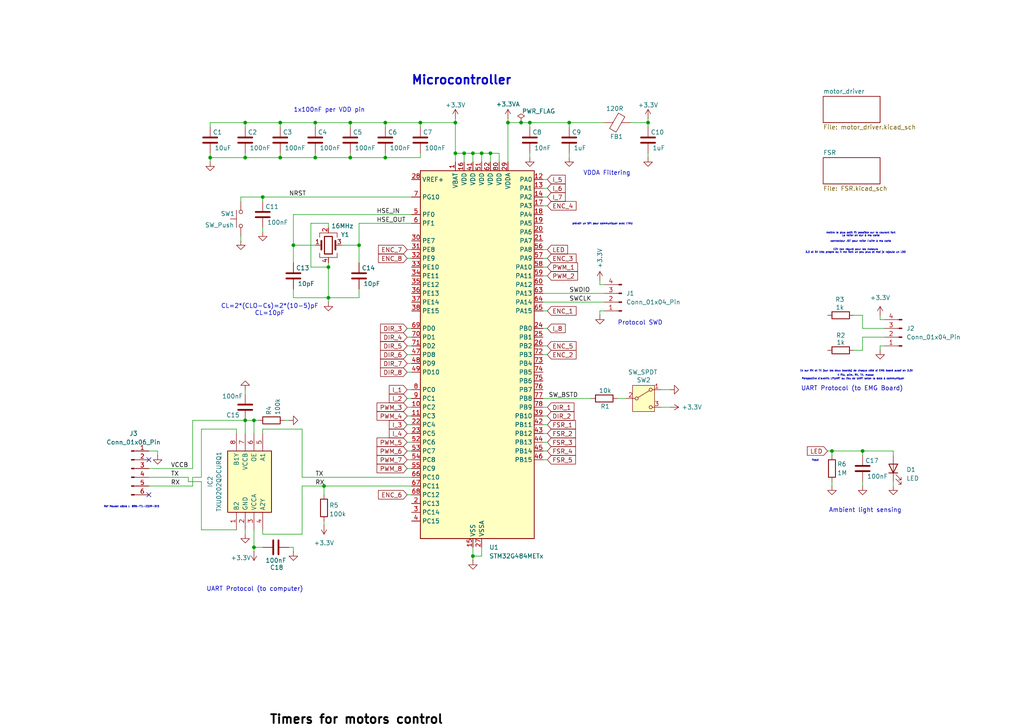
<source format=kicad_sch>
(kicad_sch (version 20231120) (generator "eeschema") (generator_version "8.0")
  (paper "A4")
  (lib_symbols
    (symbol "Connector:Conn_01x04_Pin" (pin_names (offset 1.016) hide)
      (property "Reference" "J" (at 0 5.08 0))
      (property "Value" "Conn_01x04_Pin" (at 0 -7.62 0))
      (symbol "Conn_01x04_Pin_1_1"
        (polyline (pts (xy 1.27 -5.08) (xy 0.8636 -5.08)) (stroke (width 0.1524)))
        (polyline (pts (xy 1.27 -2.54) (xy 0.8636 -2.54)) (stroke (width 0.1524)))
        (polyline (pts (xy 1.27 0) (xy 0.8636 0)) (stroke (width 0.1524)))
        (polyline (pts (xy 1.27 2.54) (xy 0.8636 2.54)) (stroke (width 0.1524)))
        (rectangle (start 0.8636 -4.953) (end 0 -5.207) (stroke (width 0.1524)) (fill (type outline)))
        (rectangle (start 0.8636 -2.413) (end 0 -2.667) (stroke (width 0.1524)) (fill (type outline)))
        (rectangle (start 0.8636 0.127) (end 0 -0.127) (stroke (width 0.1524)) (fill (type outline)))
        (rectangle (start 0.8636 2.667) (end 0 2.413) (stroke (width 0.1524)) (fill (type outline)))
        (pin passive line (at 5.08 2.54 180) (length 3.81) (name "Pin_1") (number "1"))
        (pin passive line (at 5.08 0 180) (length 3.81) (name "Pin_2") (number "2"))
        (pin passive line (at 5.08 -2.54 180) (length 3.81) (name "Pin_3") (number "3"))
        (pin passive line (at 5.08 -5.08 180) (length 3.81) (name "Pin_4") (number "4"))
      )
    )
    (symbol "Connector:Conn_01x06_Pin" (pin_names (offset 1.016) hide)
      (property "Reference" "J" (at 0 7.62 0))
      (property "Value" "Conn_01x06_Pin" (at 0 -10.16 0))
      (symbol "Conn_01x06_Pin_1_1"
        (polyline (pts (xy 1.27 -7.62) (xy 0.8636 -7.62)) (stroke (width 0.1524)))
        (polyline (pts (xy 1.27 -5.08) (xy 0.8636 -5.08)) (stroke (width 0.1524)))
        (polyline (pts (xy 1.27 -2.54) (xy 0.8636 -2.54)) (stroke (width 0.1524)))
        (polyline (pts (xy 1.27 0) (xy 0.8636 0)) (stroke (width 0.1524)))
        (polyline (pts (xy 1.27 2.54) (xy 0.8636 2.54)) (stroke (width 0.1524)))
        (polyline (pts (xy 1.27 5.08) (xy 0.8636 5.08)) (stroke (width 0.1524)))
        (rectangle (start 0.8636 -7.493) (end 0 -7.747) (stroke (width 0.1524)) (fill (type outline)))
        (rectangle (start 0.8636 -4.953) (end 0 -5.207) (stroke (width 0.1524)) (fill (type outline)))
        (rectangle (start 0.8636 -2.413) (end 0 -2.667) (stroke (width 0.1524)) (fill (type outline)))
        (rectangle (start 0.8636 0.127) (end 0 -0.127) (stroke (width 0.1524)) (fill (type outline)))
        (rectangle (start 0.8636 2.667) (end 0 2.413) (stroke (width 0.1524)) (fill (type outline)))
        (rectangle (start 0.8636 5.207) (end 0 4.953) (stroke (width 0.1524)) (fill (type outline)))
        (pin passive line (at 5.08 5.08 180) (length 3.81) (name "Pin_1") (number "1"))
        (pin passive line (at 5.08 2.54 180) (length 3.81) (name "Pin_2") (number "2"))
        (pin passive line (at 5.08 0 180) (length 3.81) (name "Pin_3") (number "3"))
        (pin passive line (at 5.08 -2.54 180) (length 3.81) (name "Pin_4") (number "4"))
        (pin passive line (at 5.08 -5.08 180) (length 3.81) (name "Pin_5") (number "5"))
        (pin passive line (at 5.08 -7.62 180) (length 3.81) (name "Pin_6") (number "6"))
      )
    )
    (symbol "Device:C" (pin_numbers hide) (pin_names (offset 0.254))
      (property "Reference" "C" (at 0.635 2.54 0))
      (property "Value" "C" (at 0.635 -2.54 0))
      (symbol "C_0_1"
        (polyline (pts (xy -2.032 -0.762) (xy 2.032 -0.762)) (stroke (width 0.508)))
        (polyline (pts (xy -2.032 0.762) (xy 2.032 0.762)) (stroke (width 0.508)))
      )
      (symbol "C_1_1"
        (pin passive line (at 0 3.81 270) (length 2.794) (name "~") (number "1"))
        (pin passive line (at 0 -3.81 90) (length 2.794) (name "~") (number "2"))
      )
    )
    (symbol "Device:Crystal_GND24" (pin_names (offset 1.016) hide)
      (property "Reference" "Y" (at 3.175 5.08 0))
      (property "Value" "Crystal_GND24" (at 3.175 3.175 0))
      (symbol "Crystal_GND24_0_1"
        (rectangle (start -1.143 2.54) (end 1.143 -2.54) (stroke (width 0.3048)))
        (polyline (pts (xy -2.54 0) (xy -2.032 0)))
        (polyline (pts (xy -2.032 -1.27) (xy -2.032 1.27)) (stroke (width 0.508)))
        (polyline (pts (xy 0 -3.81) (xy 0 -3.556)))
        (polyline (pts (xy 0 3.556) (xy 0 3.81)))
        (polyline (pts (xy 2.032 -1.27) (xy 2.032 1.27)) (stroke (width 0.508)))
        (polyline (pts (xy 2.032 0) (xy 2.54 0)))
        (polyline (pts (xy -2.54 -2.286) (xy -2.54 -3.556) (xy 2.54 -3.556) (xy 2.54 -2.286)))
        (polyline (pts (xy -2.54 2.286) (xy -2.54 3.556) (xy 2.54 3.556) (xy 2.54 2.286)))
      )
      (symbol "Crystal_GND24_1_1"
        (pin passive line (at -3.81 0 0) (length 1.27) (name "1") (number "1"))
        (pin passive line (at 0 5.08 270) (length 1.27) (name "2") (number "2"))
        (pin passive line (at 3.81 0 180) (length 1.27) (name "3") (number "3"))
        (pin passive line (at 0 -5.08 90) (length 1.27) (name "4") (number "4"))
      )
    )
    (symbol "Device:FerriteBead" (pin_numbers hide) (pin_names (offset 0))
      (property "Reference" "FB" (at -3.81 0.635 90))
      (property "Value" "FerriteBead" (at 3.81 0 90))
      (symbol "FerriteBead_0_1"
        (polyline (pts (xy 0 -1.27) (xy 0 -1.2192)))
        (polyline (pts (xy 0 1.27) (xy 0 1.2954)))
        (polyline (pts (xy -2.7686 0.4064) (xy -1.7018 2.2606) (xy 2.7686 -0.3048) (xy 1.6764 -2.159) (xy -2.7686 0.4064)))
      )
      (symbol "FerriteBead_1_1"
        (pin passive line (at 0 3.81 270) (length 2.54) (name "~") (number "1"))
        (pin passive line (at 0 -3.81 90) (length 2.54) (name "~") (number "2"))
      )
    )
    (symbol "Device:LED" (pin_numbers hide) (pin_names (offset 1.016) hide)
      (property "Reference" "D" (at 0 2.54 0))
      (property "Value" "LED" (at 0 -2.54 0))
      (symbol "LED_0_1"
        (polyline (pts (xy -1.27 -1.27) (xy -1.27 1.27)) (stroke (width 0.254)))
        (polyline (pts (xy -1.27 0) (xy 1.27 0)))
        (polyline (pts (xy 1.27 -1.27) (xy 1.27 1.27) (xy -1.27 0) (xy 1.27 -1.27)) (stroke (width 0.254)))
        (polyline (pts (xy -3.048 -0.762) (xy -4.572 -2.286) (xy -3.81 -2.286) (xy -4.572 -2.286) (xy -4.572 -1.524)))
        (polyline (pts (xy -1.778 -0.762) (xy -3.302 -2.286) (xy -2.54 -2.286) (xy -3.302 -2.286) (xy -3.302 -1.524)))
      )
      (symbol "LED_1_1"
        (pin passive line (at -3.81 0 0) (length 2.54) (name "K") (number "1"))
        (pin passive line (at 3.81 0 180) (length 2.54) (name "A") (number "2"))
      )
    )
    (symbol "Device:R" (pin_numbers hide) (pin_names (offset 0))
      (property "Reference" "R" (at 2.032 0 90))
      (property "Value" "R" (at 0 0 90))
      (symbol "R_0_1"
        (rectangle (start -1.016 -2.54) (end 1.016 2.54) (stroke (width 0.254)))
      )
      (symbol "R_1_1"
        (pin passive line (at 0 3.81 270) (length 1.27) (name "~") (number "1"))
        (pin passive line (at 0 -3.81 90) (length 1.27) (name "~") (number "2"))
      )
    )
    (symbol "MCU_ST_STM32G4:STM32G484METx"
      (property "Reference" "U" (at -15.24 54.61 0))
      (property "Value" "STM32G484METx" (at 12.7 54.61 0))
      (symbol "STM32G484METx_0_1"
        (rectangle (start -15.24 -53.34) (end 17.78 53.34) (stroke (width 0.254)) (fill (type background)))
      )
      (symbol "STM32G484METx_1_1"
        (pin power_in line (at -5.08 55.88 270) (length 2.54) (name "VBAT") (number "1"))
        (pin bidirectional line (at -17.78 -15.24 0) (length 2.54) (name "PC2") (number "10"))
        (pin bidirectional line (at -17.78 -17.78 0) (length 2.54) (name "PC3") (number "11"))
        (pin bidirectional line (at 20.32 50.8 180) (length 2.54) (name "PA0") (number "12"))
        (pin bidirectional line (at 20.32 48.26 180) (length 2.54) (name "PA1") (number "13"))
        (pin bidirectional line (at 20.32 45.72 180) (length 2.54) (name "PA2") (number "14"))
        (pin power_in line (at 0 -55.88 90) (length 2.54) (name "VSS") (number "15"))
        (pin power_in line (at -2.54 55.88 270) (length 2.54) (name "VDD") (number "16"))
        (pin bidirectional line (at 20.32 43.18 180) (length 2.54) (name "PA3") (number "17"))
        (pin bidirectional line (at 20.32 40.64 180) (length 2.54) (name "PA4") (number "18"))
        (pin bidirectional line (at 20.32 38.1 180) (length 2.54) (name "PA5") (number "19"))
        (pin bidirectional line (at -17.78 -43.18 0) (length 2.54) (name "PC13") (number "2"))
        (pin bidirectional line (at 20.32 35.56 180) (length 2.54) (name "PA6") (number "20"))
        (pin bidirectional line (at 20.32 33.02 180) (length 2.54) (name "PA7") (number "21"))
        (pin bidirectional line (at -17.78 -20.32 0) (length 2.54) (name "PC4") (number "22"))
        (pin bidirectional line (at -17.78 -22.86 0) (length 2.54) (name "PC5") (number "23"))
        (pin bidirectional line (at 20.32 7.62 180) (length 2.54) (name "PB0") (number "24"))
        (pin bidirectional line (at 20.32 5.08 180) (length 2.54) (name "PB1") (number "25"))
        (pin bidirectional line (at 20.32 2.54 180) (length 2.54) (name "PB2") (number "26"))
        (pin power_in line (at 2.54 -55.88 90) (length 2.54) (name "VSSA") (number "27"))
        (pin input line (at -17.78 50.8 0) (length 2.54) (name "VREF+") (number "28"))
        (pin power_in line (at 10.16 55.88 270) (length 2.54) (name "VDDA") (number "29"))
        (pin bidirectional line (at -17.78 -45.72 0) (length 2.54) (name "PC14") (number "3"))
        (pin bidirectional line (at -17.78 33.02 0) (length 2.54) (name "PE7") (number "30"))
        (pin bidirectional line (at -17.78 30.48 0) (length 2.54) (name "PE8") (number "31"))
        (pin bidirectional line (at -17.78 27.94 0) (length 2.54) (name "PE9") (number "32"))
        (pin bidirectional line (at -17.78 25.4 0) (length 2.54) (name "PE10") (number "33"))
        (pin bidirectional line (at -17.78 22.86 0) (length 2.54) (name "PE11") (number "34"))
        (pin bidirectional line (at -17.78 20.32 0) (length 2.54) (name "PE12") (number "35"))
        (pin bidirectional line (at -17.78 17.78 0) (length 2.54) (name "PE13") (number "36"))
        (pin bidirectional line (at -17.78 15.24 0) (length 2.54) (name "PE14") (number "37"))
        (pin bidirectional line (at -17.78 12.7 0) (length 2.54) (name "PE15") (number "38"))
        (pin bidirectional line (at 20.32 -17.78 180) (length 2.54) (name "PB10") (number "39"))
        (pin bidirectional line (at -17.78 -48.26 0) (length 2.54) (name "PC15") (number "4"))
        (pin passive line (at 0 -55.88 90) (length 2.54) hide (name "VSS") (number "40"))
        (pin power_in line (at 0 55.88 270) (length 2.54) (name "VDD") (number "41"))
        (pin bidirectional line (at 20.32 -20.32 180) (length 2.54) (name "PB11") (number "42"))
        (pin bidirectional line (at 20.32 -22.86 180) (length 2.54) (name "PB12") (number "43"))
        (pin bidirectional line (at 20.32 -25.4 180) (length 2.54) (name "PB13") (number "44"))
        (pin bidirectional line (at 20.32 -27.94 180) (length 2.54) (name "PB14") (number "45"))
        (pin bidirectional line (at 20.32 -30.48 180) (length 2.54) (name "PB15") (number "46"))
        (pin bidirectional line (at -17.78 0 0) (length 2.54) (name "PD8") (number "47"))
        (pin bidirectional line (at -17.78 -2.54 0) (length 2.54) (name "PD9") (number "48"))
        (pin bidirectional line (at -17.78 -5.08 0) (length 2.54) (name "PD10") (number "49"))
        (pin bidirectional line (at -17.78 40.64 0) (length 2.54) (name "PF0") (number "5"))
        (pin passive line (at 0 -55.88 90) (length 2.54) hide (name "VSS") (number "50"))
        (pin power_in line (at 2.54 55.88 270) (length 2.54) (name "VDD") (number "51"))
        (pin bidirectional line (at -17.78 -25.4 0) (length 2.54) (name "PC6") (number "52"))
        (pin bidirectional line (at -17.78 -27.94 0) (length 2.54) (name "PC7") (number "53"))
        (pin bidirectional line (at -17.78 -30.48 0) (length 2.54) (name "PC8") (number "54"))
        (pin bidirectional line (at -17.78 -33.02 0) (length 2.54) (name "PC9") (number "55"))
        (pin bidirectional line (at 20.32 30.48 180) (length 2.54) (name "PA8") (number "56"))
        (pin bidirectional line (at 20.32 27.94 180) (length 2.54) (name "PA9") (number "57"))
        (pin bidirectional line (at 20.32 25.4 180) (length 2.54) (name "PA10") (number "58"))
        (pin bidirectional line (at 20.32 22.86 180) (length 2.54) (name "PA11") (number "59"))
        (pin bidirectional line (at -17.78 38.1 0) (length 2.54) (name "PF1") (number "6"))
        (pin bidirectional line (at 20.32 20.32 180) (length 2.54) (name "PA12") (number "60"))
        (pin passive line (at 0 -55.88 90) (length 2.54) hide (name "VSS") (number "61"))
        (pin power_in line (at 5.08 55.88 270) (length 2.54) (name "VDD") (number "62"))
        (pin bidirectional line (at 20.32 17.78 180) (length 2.54) (name "PA13") (number "63"))
        (pin bidirectional line (at 20.32 15.24 180) (length 2.54) (name "PA14") (number "64"))
        (pin bidirectional line (at 20.32 12.7 180) (length 2.54) (name "PA15") (number "65"))
        (pin bidirectional line (at -17.78 -35.56 0) (length 2.54) (name "PC10") (number "66"))
        (pin bidirectional line (at -17.78 -38.1 0) (length 2.54) (name "PC11") (number "67"))
        (pin bidirectional line (at -17.78 -40.64 0) (length 2.54) (name "PC12") (number "68"))
        (pin bidirectional line (at -17.78 7.62 0) (length 2.54) (name "PD0") (number "69"))
        (pin bidirectional line (at -17.78 45.72 0) (length 2.54) (name "PG10") (number "7"))
        (pin bidirectional line (at -17.78 5.08 0) (length 2.54) (name "PD1") (number "70"))
        (pin bidirectional line (at -17.78 2.54 0) (length 2.54) (name "PD2") (number "71"))
        (pin bidirectional line (at 20.32 0 180) (length 2.54) (name "PB3") (number "72"))
        (pin bidirectional line (at 20.32 -2.54 180) (length 2.54) (name "PB4") (number "73"))
        (pin bidirectional line (at 20.32 -5.08 180) (length 2.54) (name "PB5") (number "74"))
        (pin bidirectional line (at 20.32 -7.62 180) (length 2.54) (name "PB6") (number "75"))
        (pin bidirectional line (at 20.32 -10.16 180) (length 2.54) (name "PB7") (number "76"))
        (pin bidirectional line (at 20.32 -12.7 180) (length 2.54) (name "PB8") (number "77"))
        (pin bidirectional line (at 20.32 -15.24 180) (length 2.54) (name "PB9") (number "78"))
        (pin passive line (at 0 -55.88 90) (length 2.54) hide (name "VSS") (number "79"))
        (pin bidirectional line (at -17.78 -10.16 0) (length 2.54) (name "PC0") (number "8"))
        (pin power_in line (at 7.62 55.88 270) (length 2.54) (name "VDD") (number "80"))
        (pin bidirectional line (at -17.78 -12.7 0) (length 2.54) (name "PC1") (number "9"))
      )
    )
    (symbol "Switch:SW_Push" (pin_numbers hide) (pin_names (offset 1.016) hide)
      (property "Reference" "SW" (at 1.27 2.54 0))
      (property "Value" "SW_Push" (at 0 -1.524 0))
      (symbol "SW_Push_0_1"
        (circle (center -2.032 0) (radius 0.508))
        (polyline (pts (xy 0 1.27) (xy 0 3.048)))
        (polyline (pts (xy 2.54 1.27) (xy -2.54 1.27)))
        (circle (center 2.032 0) (radius 0.508))
        (pin passive line (at -5.08 0 0) (length 2.54) (name "1") (number "1"))
        (pin passive line (at 5.08 0 180) (length 2.54) (name "2") (number "2"))
      )
    )
    (symbol "Switch:SW_SPDT" (pin_names (offset 0) hide)
      (property "Reference" "SW" (at 0 5.08 0))
      (property "Value" "SW_SPDT" (at 0 -5.08 0))
      (symbol "SW_SPDT_0_1"
        (circle (center -2.032 0) (radius 0.4572))
        (polyline (pts (xy -1.651 0.254) (xy 1.651 2.286)))
        (circle (center 2.032 -2.54) (radius 0.4572))
        (circle (center 2.032 2.54) (radius 0.4572))
      )
      (symbol "SW_SPDT_1_1"
        (rectangle (start -3.175 3.81) (end 3.175 -3.81) (fill (type background)))
        (pin passive line (at 5.08 2.54 180) (length 2.54) (name "A") (number "1"))
        (pin passive line (at -5.08 0 0) (length 2.54) (name "B") (number "2"))
        (pin passive line (at 5.08 -2.54 180) (length 2.54) (name "C") (number "3"))
      )
    )
    (symbol "TXU0202QDCURQ1:TXU0202QDCURQ1"
      (property "Reference" "IC" (at 24.13 7.62 0))
      (property "Value" "TXU0202QDCURQ1" (at 24.13 5.08 0))
      (symbol "TXU0202QDCURQ1_1_1"
        (rectangle (start 5.08 2.54) (end 22.86 -10.16) (stroke (width 0.254)) (fill (type background)))
        (pin input line (at 0 0 0) (length 5.08) (name "B2") (number "1"))
        (pin power_in line (at 0 -2.54 0) (length 5.08) (name "GND") (number "2"))
        (pin power_in line (at 0 -5.08 0) (length 5.08) (name "VCCA") (number "3"))
        (pin output line (at 0 -7.62 0) (length 5.08) (name "A2Y") (number "4"))
        (pin input line (at 27.94 -7.62 180) (length 5.08) (name "A1") (number "5"))
        (pin input line (at 27.94 -5.08 180) (length 5.08) (name "OE") (number "6"))
        (pin power_in line (at 27.94 -2.54 180) (length 5.08) (name "VCCB") (number "7"))
        (pin output line (at 27.94 0 180) (length 5.08) (name "B1Y") (number "8"))
      )
    )
    (symbol "power:+3.3V" (power) (pin_numbers hide) (pin_names (offset 0) hide)
      (property "Value" "+3.3V" (at 0 3.556 0))
      (symbol "+3.3V_0_1"
        (polyline (pts (xy -0.762 1.27) (xy 0 2.54)))
        (polyline (pts (xy 0 0) (xy 0 2.54)))
        (polyline (pts (xy 0 2.54) (xy 0.762 1.27)))
      )
      (symbol "+3.3V_1_1"
        (pin power_in line (at 0 0 90) (length 0) (name "~") (number "1"))
      )
    )
    (symbol "power:+3.3VA" (power) (pin_numbers hide) (pin_names (offset 0) hide)
      (property "Value" "+3.3VA" (at 0 3.556 0))
      (symbol "+3.3VA_0_1"
        (polyline (pts (xy -0.762 1.27) (xy 0 2.54)))
        (polyline (pts (xy 0 0) (xy 0 2.54)))
        (polyline (pts (xy 0 2.54) (xy 0.762 1.27)))
      )
      (symbol "+3.3VA_1_1"
        (pin power_in line (at 0 0 90) (length 0) (name "~") (number "1"))
      )
    )
    (symbol "power:GND" (power) (pin_numbers hide) (pin_names (offset 0) hide)
      (property "Value" "GND" (at 0 -3.81 0))
      (symbol "GND_0_1"
        (polyline (pts (xy 0 0) (xy 0 -1.27) (xy 1.27 -1.27) (xy 0 -2.54) (xy -1.27 -1.27) (xy 0 -1.27)))
      )
      (symbol "GND_1_1"
        (pin power_in line (at 0 0 270) (length 0) (name "~") (number "1"))
      )
    )
    (symbol "power:PWR_FLAG" (power) (pin_numbers hide) (pin_names (offset 0) hide)
      (property "Value" "PWR_FLAG" (at 0 3.81 0))
      (symbol "PWR_FLAG_0_0"
        (pin power_out line (at 0 0 90) (length 0) (name "~") (number "1"))
      )
      (symbol "PWR_FLAG_0_1"
        (polyline (pts (xy 0 0) (xy 0 1.27) (xy -1.016 1.905) (xy 0 2.54) (xy 1.016 1.905) (xy 0 1.27)))
      )
    )
  )
  (junction (at 95.25 77.47))
  (junction (at 137.16 44.45))
  (junction (at 81.28 45.72))
  (junction (at 139.7 44.45))
  (junction (at 91.44 35.56))
  (junction (at 151.13 35.56))
  (junction (at 81.28 35.56))
  (junction (at 165.1 35.56))
  (junction (at 93.98 140.97))
  (junction (at 71.12 35.56))
  (junction (at 95.25 86.36))
  (junction (at 91.44 45.72))
  (junction (at 101.6 35.56))
  (junction (at 153.67 35.56))
  (junction (at 71.12 45.72))
  (junction (at 132.08 35.56))
  (junction (at 76.2 57.15))
  (junction (at 101.6 45.72))
  (junction (at 71.12 121.92))
  (junction (at 147.32 35.56))
  (junction (at 111.76 35.56))
  (junction (at 73.66 158.75))
  (junction (at 73.66 121.92))
  (junction (at 60.96 45.72))
  (junction (at 142.24 44.45))
  (junction (at 137.16 161.29))
  (junction (at 121.92 35.56))
  (junction (at 104.14 71.12))
  (junction (at 241.3 130.81))
  (junction (at 250.19 130.81))
  (junction (at 134.62 44.45))
  (junction (at 132.08 44.45))
  (junction (at 85.09 71.12))
  (junction (at 111.76 45.72))
  (junction (at 187.96 35.56))
  (no_connect (at 43.18 143.51))
  (no_connect (at 43.18 133.35))
  (wire (pts (xy 87.63 138.43) (xy 87.63 124.46)))
  (wire (pts (xy 73.66 121.92) (xy 74.93 121.92)))
  (wire (pts (xy 69.85 58.42) (xy 69.85 57.15)))
  (wire (pts (xy 157.48 115.57) (xy 171.45 115.57)))
  (wire (pts (xy 99.06 71.12) (xy 104.14 71.12)))
  (wire (pts (xy 90.17 77.47) (xy 95.25 77.47)))
  (wire (pts (xy 55.88 121.92) (xy 55.88 135.89)))
  (wire (pts (xy 104.14 83.82) (xy 104.14 86.36)))
  (wire (pts (xy 259.08 130.81) (xy 250.19 130.81)))
  (wire (pts (xy 147.32 35.56) (xy 151.13 35.56)))
  (wire (pts (xy 158.75 54.61) (xy 157.48 54.61)))
  (wire (pts (xy 137.16 44.45) (xy 137.16 46.99)))
  (wire (pts (xy 87.63 140.97) (xy 87.63 154.94)))
  (wire (pts (xy 158.75 128.27) (xy 157.48 128.27)))
  (wire (pts (xy 175.26 90.17) (xy 173.99 90.17)))
  (wire (pts (xy 45.72 130.81) (xy 45.72 132.08)))
  (wire (pts (xy 90.17 64.77) (xy 90.17 77.47)))
  (wire (pts (xy 132.08 35.56) (xy 132.08 44.45)))
  (wire (pts (xy 240.03 130.81) (xy 241.3 130.81)))
  (wire (pts (xy 157.48 95.25) (xy 158.75 95.25)))
  (wire (pts (xy 153.67 45.72) (xy 153.67 44.45)))
  (wire (pts (xy 118.11 107.95) (xy 119.38 107.95)))
  (wire (pts (xy 69.85 68.58) (xy 69.85 69.85)))
  (wire (pts (xy 118.11 130.81) (xy 119.38 130.81)))
  (wire (pts (xy 118.11 120.65) (xy 119.38 120.65)))
  (wire (pts (xy 158.75 72.39) (xy 157.48 72.39)))
  (wire (pts (xy 81.28 35.56) (xy 91.44 35.56)))
  (wire (pts (xy 158.75 102.87) (xy 157.48 102.87)))
  (wire (pts (xy 158.75 74.93) (xy 157.48 74.93)))
  (wire (pts (xy 81.28 44.45) (xy 81.28 45.72)))
  (wire (pts (xy 250.19 97.79) (xy 250.19 101.6)))
  (wire (pts (xy 95.25 76.2) (xy 95.25 77.47)))
  (wire (pts (xy 153.67 35.56) (xy 165.1 35.56)))
  (wire (pts (xy 158.75 125.73) (xy 157.48 125.73)))
  (wire (pts (xy 104.14 71.12) (xy 104.14 76.2)))
  (wire (pts (xy 85.09 62.23) (xy 85.09 71.12)))
  (wire (pts (xy 147.32 34.29) (xy 147.32 35.56)))
  (wire (pts (xy 68.58 124.46) (xy 68.58 125.73)))
  (wire (pts (xy 158.75 90.17) (xy 157.48 90.17)))
  (wire (pts (xy 85.09 86.36) (xy 95.25 86.36)))
  (wire (pts (xy 118.11 95.25) (xy 119.38 95.25)))
  (wire (pts (xy 91.44 36.83) (xy 91.44 35.56)))
  (wire (pts (xy 118.11 135.89) (xy 119.38 135.89)))
  (wire (pts (xy 87.63 140.97) (xy 93.98 140.97)))
  (wire (pts (xy 60.96 45.72) (xy 60.96 46.99)))
  (wire (pts (xy 139.7 161.29) (xy 137.16 161.29)))
  (wire (pts (xy 158.75 123.19) (xy 157.48 123.19)))
  (wire (pts (xy 71.12 125.73) (xy 71.12 121.92)))
  (wire (pts (xy 142.24 44.45) (xy 139.7 44.45)))
  (wire (pts (xy 191.77 118.11) (xy 194.31 118.11)))
  (wire (pts (xy 54.61 139.7) (xy 54.61 138.43)))
  (wire (pts (xy 58.42 138.43) (xy 55.88 138.43)))
  (wire (pts (xy 93.98 151.13) (xy 93.98 152.4)))
  (wire (pts (xy 139.7 158.75) (xy 139.7 161.29)))
  (wire (pts (xy 255.27 92.71) (xy 255.27 91.44)))
  (wire (pts (xy 250.19 139.7) (xy 250.19 140.97)))
  (wire (pts (xy 118.11 133.35) (xy 119.38 133.35)))
  (wire (pts (xy 157.48 85.09) (xy 175.26 85.09)))
  (wire (pts (xy 250.19 130.81) (xy 250.19 132.08)))
  (wire (pts (xy 144.78 44.45) (xy 142.24 44.45)))
  (wire (pts (xy 182.88 35.56) (xy 187.96 35.56)))
  (wire (pts (xy 137.16 44.45) (xy 139.7 44.45)))
  (wire (pts (xy 58.42 124.46) (xy 68.58 124.46)))
  (wire (pts (xy 173.99 81.28) (xy 173.99 82.55)))
  (wire (pts (xy 76.2 154.94) (xy 76.2 153.67)))
  (wire (pts (xy 157.48 77.47) (xy 158.75 77.47)))
  (wire (pts (xy 81.28 45.72) (xy 71.12 45.72)))
  (wire (pts (xy 142.24 46.99) (xy 142.24 44.45)))
  (wire (pts (xy 247.65 101.6) (xy 250.19 101.6)))
  (wire (pts (xy 158.75 133.35) (xy 157.48 133.35)))
  (wire (pts (xy 85.09 62.23) (xy 119.38 62.23)))
  (wire (pts (xy 158.75 130.81) (xy 157.48 130.81)))
  (wire (pts (xy 95.25 77.47) (xy 95.25 86.36)))
  (wire (pts (xy 153.67 35.56) (xy 153.67 36.83)))
  (wire (pts (xy 104.14 64.77) (xy 119.38 64.77)))
  (wire (pts (xy 118.11 128.27) (xy 119.38 128.27)))
  (wire (pts (xy 134.62 44.45) (xy 134.62 46.99)))
  (wire (pts (xy 111.76 35.56) (xy 121.92 35.56)))
  (wire (pts (xy 147.32 35.56) (xy 147.32 46.99)))
  (wire (pts (xy 85.09 158.75) (xy 85.09 160.02)))
  (wire (pts (xy 76.2 57.15) (xy 119.38 57.15)))
  (wire (pts (xy 144.78 46.99) (xy 144.78 44.45)))
  (wire (pts (xy 118.11 100.33) (xy 119.38 100.33)))
  (wire (pts (xy 118.11 123.19) (xy 119.38 123.19)))
  (wire (pts (xy 158.75 52.07) (xy 157.48 52.07)))
  (wire (pts (xy 118.11 125.73) (xy 119.38 125.73)))
  (wire (pts (xy 157.48 87.63) (xy 175.26 87.63)))
  (wire (pts (xy 101.6 35.56) (xy 111.76 35.56)))
  (wire (pts (xy 255.27 100.33) (xy 255.27 101.6)))
  (wire (pts (xy 73.66 158.75) (xy 76.2 158.75)))
  (wire (pts (xy 95.25 64.77) (xy 95.25 66.04)))
  (wire (pts (xy 81.28 36.83) (xy 81.28 35.56)))
  (wire (pts (xy 68.58 153.67) (xy 58.42 153.67)))
  (wire (pts (xy 250.19 130.81) (xy 241.3 130.81)))
  (wire (pts (xy 118.11 105.41) (xy 119.38 105.41)))
  (wire (pts (xy 121.92 44.45) (xy 121.92 45.72)))
  (wire (pts (xy 121.92 35.56) (xy 132.08 35.56)))
  (wire (pts (xy 158.75 57.15) (xy 157.48 57.15)))
  (wire (pts (xy 132.08 34.29) (xy 132.08 35.56)))
  (wire (pts (xy 101.6 36.83) (xy 101.6 35.56)))
  (wire (pts (xy 111.76 35.56) (xy 111.76 36.83)))
  (wire (pts (xy 132.08 44.45) (xy 134.62 44.45)))
  (wire (pts (xy 55.88 138.43) (xy 55.88 140.97)))
  (wire (pts (xy 121.92 45.72) (xy 111.76 45.72)))
  (wire (pts (xy 76.2 57.15) (xy 76.2 58.42)))
  (wire (pts (xy 58.42 153.67) (xy 58.42 139.7)))
  (wire (pts (xy 118.11 102.87) (xy 119.38 102.87)))
  (wire (pts (xy 118.11 74.93) (xy 119.38 74.93)))
  (wire (pts (xy 43.18 135.89) (xy 55.88 135.89)))
  (wire (pts (xy 85.09 83.82) (xy 85.09 86.36)))
  (wire (pts (xy 191.77 113.03) (xy 194.31 113.03)))
  (wire (pts (xy 73.66 125.73) (xy 73.66 121.92)))
  (wire (pts (xy 139.7 44.45) (xy 139.7 46.99)))
  (wire (pts (xy 187.96 35.56) (xy 187.96 36.83)))
  (wire (pts (xy 165.1 35.56) (xy 175.26 35.56)))
  (wire (pts (xy 118.11 118.11) (xy 119.38 118.11)))
  (wire (pts (xy 165.1 44.45) (xy 165.1 45.72)))
  (wire (pts (xy 241.3 130.81) (xy 241.3 132.08)))
  (wire (pts (xy 71.12 36.83) (xy 71.12 35.56)))
  (wire (pts (xy 93.98 140.97) (xy 93.98 143.51)))
  (wire (pts (xy 58.42 139.7) (xy 54.61 139.7)))
  (wire (pts (xy 111.76 45.72) (xy 101.6 45.72)))
  (wire (pts (xy 165.1 35.56) (xy 165.1 36.83)))
  (wire (pts (xy 83.82 158.75) (xy 85.09 158.75)))
  (wire (pts (xy 43.18 130.81) (xy 45.72 130.81)))
  (wire (pts (xy 118.11 72.39) (xy 119.38 72.39)))
  (wire (pts (xy 158.75 100.33) (xy 157.48 100.33)))
  (wire (pts (xy 256.54 97.79) (xy 250.19 97.79)))
  (wire (pts (xy 259.08 132.08) (xy 259.08 130.81)))
  (wire (pts (xy 158.75 120.65) (xy 157.48 120.65)))
  (wire (pts (xy 71.12 45.72) (xy 60.96 45.72)))
  (wire (pts (xy 95.25 64.77) (xy 90.17 64.77)))
  (wire (pts (xy 85.09 71.12) (xy 91.44 71.12)))
  (wire (pts (xy 158.75 118.11) (xy 157.48 118.11)))
  (wire (pts (xy 118.11 143.51) (xy 119.38 143.51)))
  (wire (pts (xy 187.96 44.45) (xy 187.96 45.72)))
  (wire (pts (xy 118.11 97.79) (xy 119.38 97.79)))
  (wire (pts (xy 71.12 35.56) (xy 81.28 35.56)))
  (wire (pts (xy 259.08 139.7) (xy 259.08 140.97)))
  (wire (pts (xy 101.6 44.45) (xy 101.6 45.72)))
  (wire (pts (xy 134.62 44.45) (xy 137.16 44.45)))
  (wire (pts (xy 91.44 35.56) (xy 101.6 35.56)))
  (wire (pts (xy 104.14 86.36) (xy 95.25 86.36)))
  (wire (pts (xy 73.66 158.75) (xy 73.66 153.67)))
  (wire (pts (xy 157.48 80.01) (xy 158.75 80.01)))
  (wire (pts (xy 60.96 35.56) (xy 71.12 35.56)))
  (wire (pts (xy 187.96 34.29) (xy 187.96 35.56)))
  (wire (pts (xy 60.96 44.45) (xy 60.96 45.72)))
  (wire (pts (xy 82.55 121.92) (xy 83.82 121.92)))
  (wire (pts (xy 87.63 124.46) (xy 76.2 124.46)))
  (wire (pts (xy 76.2 124.46) (xy 76.2 125.73)))
  (wire (pts (xy 151.13 35.56) (xy 153.67 35.56)))
  (wire (pts (xy 43.18 138.43) (xy 54.61 138.43)))
  (wire (pts (xy 85.09 71.12) (xy 85.09 76.2)))
  (wire (pts (xy 91.44 45.72) (xy 81.28 45.72)))
  (wire (pts (xy 73.66 160.02) (xy 73.66 158.75)))
  (wire (pts (xy 173.99 82.55) (xy 175.26 82.55)))
  (wire (pts (xy 71.12 114.3) (xy 71.12 113.03)))
  (wire (pts (xy 73.66 121.92) (xy 71.12 121.92)))
  (wire (pts (xy 60.96 36.83) (xy 60.96 35.56)))
  (wire (pts (xy 179.07 115.57) (xy 181.61 115.57)))
  (wire (pts (xy 256.54 100.33) (xy 255.27 100.33)))
  (wire (pts (xy 71.12 44.45) (xy 71.12 45.72)))
  (wire (pts (xy 104.14 71.12) (xy 104.14 64.77)))
  (wire (pts (xy 58.42 138.43) (xy 58.42 124.46)))
  (wire (pts (xy 71.12 154.94) (xy 71.12 153.67)))
  (wire (pts (xy 121.92 35.56) (xy 121.92 36.83)))
  (wire (pts (xy 137.16 161.29) (xy 137.16 162.56)))
  (wire (pts (xy 118.11 115.57) (xy 119.38 115.57)))
  (wire (pts (xy 132.08 44.45) (xy 132.08 46.99)))
  (wire (pts (xy 256.54 95.25) (xy 250.19 95.25)))
  (wire (pts (xy 87.63 138.43) (xy 119.38 138.43)))
  (wire (pts (xy 241.3 139.7) (xy 241.3 140.97)))
  (wire (pts (xy 250.19 95.25) (xy 250.19 91.44)))
  (wire (pts (xy 137.16 158.75) (xy 137.16 161.29)))
  (wire (pts (xy 256.54 92.71) (xy 255.27 92.71)))
  (wire (pts (xy 93.98 140.97) (xy 119.38 140.97)))
  (wire (pts (xy 118.11 113.03) (xy 119.38 113.03)))
  (wire (pts (xy 91.44 44.45) (xy 91.44 45.72)))
  (wire (pts (xy 87.63 154.94) (xy 76.2 154.94)))
  (wire (pts (xy 43.18 140.97) (xy 55.88 140.97)))
  (wire (pts (xy 173.99 90.17) (xy 173.99 91.44)))
  (wire (pts (xy 69.85 57.15) (xy 76.2 57.15)))
  (wire (pts (xy 101.6 45.72) (xy 91.44 45.72)))
  (wire (pts (xy 76.2 66.04) (xy 76.2 67.31)))
  (wire (pts (xy 157.48 59.69) (xy 158.75 59.69)))
  (wire (pts (xy 95.25 86.36) (xy 95.25 87.63)))
  (wire (pts (xy 111.76 44.45) (xy 111.76 45.72)))
  (wire (pts (xy 71.12 121.92) (xy 55.88 121.92)))
  (wire (pts (xy 250.19 91.44) (xy 247.65 91.44)))
  (text "4 fils, alim, RX, TX, masse" (at 248.158 108.966 0) (effects (font (size 0.508 0.508))))
  (text "1k sur RX et TX (sur les deux boards) de chaque côté si EMG board aussi en 3.3V" (at 248.412 107.696 0) (effects (font (size 0.508 0.508))))
  (text "UART Protocol (to computer)\n" (at 73.914 170.942 0) (effects (font (size 1.27 1.27) (thickness 0.1588))))
  (text "1x100nF per VDD pin" (at 95.504 32.004 0) (effects (font (size 1.27 1.27))))
  (text "Timers for motors control" (at 103.378 208.788 0) (effects (font (size 2.54 2.54) (thickness 0.508) (bold yes))))
  (text "Microcontroller" (at 133.858 23.368 0) (effects (font (size 2.54 2.54) (thickness 0.508) (bold yes))))
  (text "prévoir un SPI pour communiquer avec l'IMU\n" (at 174.752 65.024 0) (effects (font (size 0.508 0.508))))
  (text "TIMER 1 : PC0, PC1, PC2, PC3, PA8, PA9, PA10, PA11 (max 4)\nTIMER 8 : PB6, PB7, PB8, PB9, PC6, PC7, PC8, PC9 (max 4)" (at 78.994 213.868 0) (effects (font (size 1.27 1.27) (thickness 0.254) (bold yes)) (justify left)))
  (text "Timers for encoders" (at 97.79 226.314 0) (effects (font (size 2.54 2.54) (thickness 0.508) (bold yes))))
  (text "Ref Mouser câble :  895-TTL-232R-3V3 " (at 38.354 147.066 0) (effects (font (size 0.508 0.508))))
  (text "Ambient light sensing" (at 250.952 148.082 0) (effects (font (size 1.27 1.27) (thickness 0.1588))))
  (text "UART Protocol (to EMG Board)\n" (at 247.142 112.776 0) (effects (font (size 1.27 1.27) (thickness 0.1588))))
  (text "Perspective d'avenir: LPUART au lieu de UART selon la data à communiquer" (at 247.396 109.982 0) (effects (font (size 0.508 0.508))))
  (text "VDDA Filtering" (at 176.022 50.292 0) (effects (font (size 1.27 1.27))))
  (text "12V non régulé pour les moteurs\n3.3 et 5V très propre ou il me font un peu plus et moi je rajoute un LDO" (at 248.158 72.898 0) (effects (font (size 0.508 0.508))))
  (text "TIM2 (32 bits): CH1 (PA0, PA5, PA15), CH2 (PA1, PB3), CH3 (PA2, PA9, PB10), CH4 (PA3, PA10, PB11) (max 4)\nTIM5 (32 bits) : CH1 (PA0, PB2), CH2 (PA1, PC12), CH3 (PA2, PE8), CH4 (PA3, PE9) (max 4)\n\nTIM3 (16 bits)\nTIM4 (16 bits)" (at 78.232 234.696 0) (effects (font (size 1.27 1.27) (thickness 0.1588)) (justify left)))
  (text "connecteur JST pour relier l'alim à ma carte" (at 249.682 70.104 0) (effects (font (size 0.508 0.508))))
  (text "CL=2*(CLO-Cs)=2*(10-5)pF\nCL=10pF" (at 78.232 89.916 0) (effects (font (size 1.27 1.27))))
  (text "Protocol SWD" (at 185.674 93.726 0) (effects (font (size 1.27 1.27))))
  (text "input\n" (at 236.474 133.604 0) (effects (font (size 0.508 0.508))))
  (text "mettre le plus petit fil possible sur le courant fort\nLa relier en dur à ma carte" (at 249.682 68.072 0) (effects (font (size 0.508 0.508))))
  (label "SWDIO" (at 165.1 85.09 0))
  (label "RX" (at 49.53 140.97 0) (effects (font (thickness 0.1588))))
  (label "VCCB" (at 49.53 135.89 0) (effects (font (thickness 0.1588))))
  (label "TX" (at 91.44 138.43 0) (effects (font (thickness 0.1588))))
  (label "SWCLK" (at 165.1 87.63 0))
  (label "NRST" (at 83.82 57.15 0))
  (label "HSE_IN" (at 109.22 62.23 0))
  (label "HSE_OUT" (at 109.22 64.77 0))
  (label "TX" (at 49.53 138.43 0) (effects (font (thickness 0.1588))))
  (label "RX" (at 91.44 140.97 0) (effects (font (thickness 0.1588))))
  (label "SW_BSTD" (at 167.64 115.57 180))
  (global_label "PWM_8" (shape input) (at 118.11 135.89 180) (property "Intersheetrefs" "${INTERSHEET_REFS}" (effects (hide yes))))
  (global_label "I_1" (shape input) (at 118.11 113.03 180) (property "Intersheetrefs" "${INTERSHEET_REFS}" (effects (hide yes))))
  (global_label "I_3" (shape input) (at 118.11 123.19 180) (property "Intersheetrefs" "${INTERSHEET_REFS}" (effects (hide yes))))
  (global_label "PWM_5" (shape input) (at 118.11 128.27 180) (property "Intersheetrefs" "${INTERSHEET_REFS}" (effects (hide yes))))
  (global_label "DIR_7" (shape input) (at 118.11 105.41 180) (property "Intersheetrefs" "${INTERSHEET_REFS}" (effects (hide yes))))
  (global_label "FSR_3" (shape input) (at 158.75 128.27 0) (property "Intersheetrefs" "${INTERSHEET_REFS}" (effects (hide yes))))
  (global_label "DIR_6" (shape input) (at 118.11 102.87 180) (property "Intersheetrefs" "${INTERSHEET_REFS}" (effects (hide yes))))
  (global_label "ENC_6" (shape input) (at 118.11 143.51 180) (property "Intersheetrefs" "${INTERSHEET_REFS}" (effects (hide yes))))
  (global_label "FSR_1" (shape input) (at 158.75 123.19 0) (property "Intersheetrefs" "${INTERSHEET_REFS}" (effects (hide yes))))
  (global_label "I_2" (shape input) (at 118.11 115.57 180) (property "Intersheetrefs" "${INTERSHEET_REFS}" (effects (hide yes))))
  (global_label "I_6" (shape input) (at 158.75 54.61 0) (property "Intersheetrefs" "${INTERSHEET_REFS}" (effects (hide yes))))
  (global_label "PWM_7" (shape input) (at 118.11 133.35 180) (property "Intersheetrefs" "${INTERSHEET_REFS}" (effects (hide yes))))
  (global_label "DIR_2" (shape input) (at 158.75 120.65 0) (property "Intersheetrefs" "${INTERSHEET_REFS}" (effects (hide yes))))
  (global_label "LED" (shape input) (at 240.03 130.81 180) (property "Intersheetrefs" "${INTERSHEET_REFS}" (effects (hide yes))))
  (global_label "FSR_4" (shape input) (at 158.75 130.81 0) (property "Intersheetrefs" "${INTERSHEET_REFS}" (effects (hide yes))))
  (global_label "FSR_5" (shape input) (at 158.75 133.35 0) (property "Intersheetrefs" "${INTERSHEET_REFS}" (effects (hide yes))))
  (global_label "ENC_5" (shape input) (at 158.75 100.33 0) (property "Intersheetrefs" "${INTERSHEET_REFS}" (effects (hide yes))))
  (global_label "I_8" (shape input) (at 158.75 95.25 0) (property "Intersheetrefs" "${INTERSHEET_REFS}" (effects (hide yes))))
  (global_label "ENC_4" (shape input) (at 158.75 59.69 0) (property "Intersheetrefs" "${INTERSHEET_REFS}" (effects (hide yes))))
  (global_label "DIR_5" (shape input) (at 118.11 100.33 180) (property "Intersheetrefs" "${INTERSHEET_REFS}" (effects (hide yes))))
  (global_label "I_5" (shape input) (at 158.75 52.07 0) (property "Intersheetrefs" "${INTERSHEET_REFS}" (effects (hide yes))))
  (global_label "DIR_8" (shape input) (at 118.11 107.95 180) (property "Intersheetrefs" "${INTERSHEET_REFS}" (effects (hide yes))))
  (global_label "DIR_4" (shape input) (at 118.11 97.79 180) (property "Intersheetrefs" "${INTERSHEET_REFS}" (effects (hide yes))))
  (global_label "PWM_2" (shape input) (at 158.75 80.01 0) (property "Intersheetrefs" "${INTERSHEET_REFS}" (effects (hide yes))))
  (global_label "DIR_3" (shape input) (at 118.11 95.25 180) (property "Intersheetrefs" "${INTERSHEET_REFS}" (effects (hide yes))))
  (global_label "PWM_3" (shape input) (at 118.11 118.11 180) (property "Intersheetrefs" "${INTERSHEET_REFS}" (effects (hide yes))))
  (global_label "ENC_1" (shape input) (at 158.75 90.17 0) (property "Intersheetrefs" "${INTERSHEET_REFS}" (effects (hide yes))))
  (global_label "PWM_4" (shape input) (at 118.11 120.65 180) (property "Intersheetrefs" "${INTERSHEET_REFS}" (effects (hide yes))))
  (global_label "ENC_8" (shape input) (at 118.11 74.93 180) (property "Intersheetrefs" "${INTERSHEET_REFS}" (effects (hide yes))))
  (global_label "FSR_2" (shape input) (at 158.75 125.73 0) (property "Intersheetrefs" "${INTERSHEET_REFS}" (effects (hide yes))))
  (global_label "ENC_2" (shape input) (at 158.75 102.87 0) (property "Intersheetrefs" "${INTERSHEET_REFS}" (effects (hide yes))))
  (global_label "PWM_1" (shape input) (at 158.75 77.47 0) (property "Intersheetrefs" "${INTERSHEET_REFS}" (effects (hide yes))))
  (global_label "ENC_7" (shape input) (at 118.11 72.39 180) (property "Intersheetrefs" "${INTERSHEET_REFS}" (effects (hide yes))))
  (global_label "PWM_6" (shape input) (at 118.11 130.81 180) (property "Intersheetrefs" "${INTERSHEET_REFS}" (effects (hide yes))))
  (global_label "I_4" (shape input) (at 118.11 125.73 180) (property "Intersheetrefs" "${INTERSHEET_REFS}" (effects (hide yes))))
  (global_label "DIR_1" (shape input) (at 158.75 118.11 0) (property "Intersheetrefs" "${INTERSHEET_REFS}" (effects (hide yes))))
  (global_label "ENC_3" (shape input) (at 158.75 74.93 0) (property "Intersheetrefs" "${INTERSHEET_REFS}" (effects (hide yes))))
  (global_label "LED" (shape input) (at 158.75 72.39 0) (property "Intersheetrefs" "${INTERSHEET_REFS}" (effects (hide yes))))
  (global_label "I_7" (shape input) (at 158.75 57.15 0) (property "Intersheetrefs" "${INTERSHEET_REFS}" (effects (hide yes))))
  (symbol (lib_id "Connector:Conn_01x06_Pin") (at 38.1 135.89 0) (unit 1)
    (property "Reference" "J3" (at 38.735 125.73 0))
    (property "Value" "Conn_01x06_Pin" (at 38.735 128.27 0))
    (property "Description" "Generic connector, single row, 01x06, script generated" (effects (hide yes)))
  )
  (symbol (lib_id "power:GND") (at 173.99 91.44 0) (unit 1)
    (property "Reference" "#PWR015" (effects (hide yes)))
    (property "Value" "GND" (effects (hide yes)))
    (property "Description" "Power symbol creates a global label with name \"GND\" , ground" (effects (hide yes)))
  )
  (symbol (lib_id "power:GND") (at 45.72 132.08 0) (unit 1)
    (property "Reference" "#PWR022" (effects (hide yes)))
    (property "Value" "GND" (effects (hide yes)))
    (property "Description" "Power symbol creates a global label with name \"GND\" , ground" (effects (hide yes)))
  )
  (symbol (lib_id "power:+3.3VA") (at 147.32 34.29 0) (unit 1)
    (property "Reference" "#PWR02" (effects (hide yes)))
    (property "Value" "+3.3VA" (at 147.32 30.226 0))
    (property "Description" "Power symbol creates a global label with name \"+3.3VA\"" (effects (hide yes)))
  )
  (symbol (lib_id "power:GND") (at 76.2 67.31 0) (unit 1)
    (property "Reference" "#PWR08" (effects (hide yes)))
    (property "Value" "GND" (effects (hide yes)))
    (property "Description" "Power symbol creates a global label with name \"GND\" , ground" (effects (hide yes)))
  )
  (symbol (lib_id "Device:C") (at 104.14 80.01 0) (unit 1)
    (property "Reference" "C14" (at 104.902 77.724 0) (effects (justify left)))
    (property "Value" "10pF" (at 105.41 82.296 0) (effects (justify left)))
    (property "Description" "Unpolarized capacitor" (effects (hide yes)))
  )
  (symbol (lib_id "power:GND") (at 85.09 160.02 0) (unit 1)
    (property "Reference" "#PWR029" (effects (hide yes)))
    (property "Value" "GND" (effects (hide yes)))
    (property "Description" "Power symbol creates a global label with name \"GND\" , ground" (effects (hide yes)))
  )
  (symbol (lib_id "power:GND") (at 71.12 154.94 0) (unit 1)
    (property "Reference" "#PWR027" (effects (hide yes)))
    (property "Value" "GND" (effects (hide yes)))
    (property "Description" "Power symbol creates a global label with name \"GND\" , ground" (effects (hide yes)))
  )
  (symbol (lib_id "Connector:Conn_01x04_Pin") (at 180.34 87.63 180) (unit 1)
    (property "Reference" "J1" (at 181.61 85.0899 0) (effects (justify right)))
    (property "Value" "Conn_01x04_Pin" (at 181.61 87.6299 0) (effects (justify right)))
    (property "Description" "Generic connector, single row, 01x04, script generated" (effects (hide yes)))
  )
  (symbol (lib_id "Device:C") (at 91.44 40.64 0) (unit 1)
    (property "Reference" "C4" (at 92.202 38.354 0) (effects (justify left)))
    (property "Value" "100nF" (at 92.71 42.926 0) (effects (justify left)))
    (property "Description" "Unpolarized capacitor" (effects (hide yes)))
  )
  (symbol (lib_id "Device:C") (at 153.67 40.64 0) (unit 1)
    (property "Reference" "C8" (at 154.432 38.354 0) (effects (justify left)))
    (property "Value" "10nF" (at 154.94 42.926 0) (effects (justify left)))
    (property "Description" "Unpolarized capacitor" (effects (hide yes)))
  )
  (symbol (lib_id "Device:R") (at 78.74 121.92 90) (unit 1)
    (property "Reference" "R4" (at 77.978 120.396 0) (effects (justify left)))
    (property "Value" "100k" (at 80.518 120.396 0) (effects (justify left)))
    (property "Description" "Resistor" (effects (hide yes)))
  )
  (symbol (lib_id "Device:FerriteBead") (at 179.07 35.56 90) (unit 1)
    (property "Reference" "FB1" (at 178.816 39.624 90))
    (property "Value" "120R" (at 178.308 31.496 90))
    (property "Description" "Ferrite bead" (effects (hide yes)))
  )
  (symbol (lib_id "power:+3.3V") (at 93.98 152.4 180) (unit 1)
    (property "Reference" "#PWR023" (effects (hide yes)))
    (property "Value" "+3.3V" (at 93.98 157.48 0))
    (property "Description" "Power symbol creates a global label with name \"+3.3V\"" (effects (hide yes)))
  )
  (symbol (lib_id "power:GND") (at 187.96 45.72 0) (unit 1)
    (property "Reference" "#PWR06" (effects (hide yes)))
    (property "Value" "GND" (effects (hide yes)))
    (property "Description" "Power symbol creates a global label with name \"GND\" , ground" (effects (hide yes)))
  )
  (symbol (lib_id "power:+3.3V") (at 132.08 34.29 0) (unit 1)
    (property "Reference" "#PWR01" (effects (hide yes)))
    (property "Value" "+3.3V" (at 132.08 30.48 0))
    (property "Description" "Power symbol creates a global label with name \"+3.3V\"" (effects (hide yes)))
  )
  (symbol (lib_id "Device:C") (at 85.09 80.01 0) (unit 1)
    (property "Reference" "C13" (at 85.852 77.724 0) (effects (justify left)))
    (property "Value" "10pF" (at 86.36 82.296 0) (effects (justify left)))
    (property "Description" "Unpolarized capacitor" (effects (hide yes)))
  )
  (symbol (lib_id "power:PWR_FLAG") (at 151.13 35.56 0) (unit 1)
    (property "Reference" "#FLG01" (effects (hide yes)))
    (property "Value" "PWR_FLAG" (at 156.21 32.258 0))
    (property "Description" "Special symbol for telling ERC where power comes from" (effects (hide yes)))
  )
  (symbol (lib_id "power:GND") (at 60.96 46.99 0) (unit 1)
    (property "Reference" "#PWR07" (effects (hide yes)))
    (property "Value" "GND" (effects (hide yes)))
    (property "Description" "Power symbol creates a global label with name \"GND\" , ground" (effects (hide yes)))
  )
  (symbol (lib_id "power:GND") (at 83.82 121.92 90) (unit 1)
    (property "Reference" "#PWR020" (effects (hide yes)))
    (property "Value" "GND" (effects (hide yes)))
    (property "Description" "Power symbol creates a global label with name \"GND\" , ground" (effects (hide yes)))
  )
  (symbol (lib_id "power:+3.3V") (at 73.66 160.02 0) (mirror x) (unit 1)
    (property "Reference" "#PWR028" (effects (hide yes)))
    (property "Value" "+3.3V" (at 69.85 161.798 0))
    (property "Description" "Power symbol creates a global label with name \"+3.3V\"" (effects (hide yes)))
  )
  (symbol (lib_id "Device:C") (at 80.01 158.75 270) (mirror x) (unit 1)
    (property "Reference" "C18" (at 80.264 164.592 90))
    (property "Value" "100nF" (at 80.01 162.56 90))
    (property "Description" "Unpolarized capacitor" (effects (hide yes)))
  )
  (symbol (lib_id "Switch:SW_Push") (at 69.85 63.5 90) (mirror x) (unit 1)
    (property "Reference" "SW1" (at 64.008 61.976 90) (effects (justify right)))
    (property "Value" "SW_Push" (at 59.436 65.278 90) (effects (justify right)))
    (property "Description" "Push button switch, generic, two pins" (effects (hide yes)))
  )
  (symbol (lib_id "power:GND") (at 95.25 87.63 0) (unit 1)
    (property "Reference" "#PWR014" (effects (hide yes)))
    (property "Value" "GND" (effects (hide yes)))
    (property "Description" "Power symbol creates a global label with name \"GND\" , ground" (effects (hide yes)))
  )
  (symbol (lib_id "Device:C") (at 187.96 40.64 0) (unit 1)
    (property "Reference" "C10" (at 188.722 38.354 0) (effects (justify left)))
    (property "Value" "1uF" (at 189.23 42.926 0) (effects (justify left)))
    (property "Description" "Unpolarized capacitor" (effects (hide yes)))
  )
  (symbol (lib_id "Connector:Conn_01x04_Pin") (at 261.62 97.79 180) (unit 1)
    (property "Reference" "J2" (at 262.89 95.2499 0) (effects (justify right)))
    (property "Value" "Conn_01x04_Pin" (at 262.89 97.7899 0) (effects (justify right)))
    (property "Description" "Generic connector, single row, 01x04, script generated" (effects (hide yes)))
  )
  (symbol (lib_id "Device:R") (at 175.26 115.57 270) (unit 1)
    (property "Reference" "R1" (at 175.514 117.856 90))
    (property "Value" "10k" (at 175.514 113.284 90))
    (property "Description" "Resistor" (effects (hide yes)))
  )
  (symbol (lib_id "Device:C") (at 165.1 40.64 0) (unit 1)
    (property "Reference" "C9" (at 165.862 38.354 0) (effects (justify left)))
    (property "Value" "1uF" (at 166.37 42.926 0) (effects (justify left)))
    (property "Description" "Unpolarized capacitor" (effects (hide yes)))
  )
  (symbol (lib_id "power:GND") (at 137.16 162.56 0) (unit 1)
    (property "Reference" "#PWR030" (effects (hide yes)))
    (property "Value" "GND" (effects (hide yes)))
    (property "Description" "Power symbol creates a global label with name \"GND\" , ground" (effects (hide yes)))
  )
  (symbol (lib_id "power:GND") (at 194.31 113.03 90) (unit 1)
    (property "Reference" "#PWR018" (effects (hide yes)))
    (property "Value" "GND" (effects (hide yes)))
    (property "Description" "Power symbol creates a global label with name \"GND\" , ground" (effects (hide yes)))
  )
  (symbol (lib_id "Device:C") (at 60.96 40.64 0) (unit 1)
    (property "Reference" "C1" (at 61.722 38.354 0) (effects (justify left)))
    (property "Value" "10uF" (at 62.23 42.926 0) (effects (justify left)))
    (property "Description" "Unpolarized capacitor" (effects (hide yes)))
  )
  (symbol (lib_id "power:GND") (at 69.85 69.85 0) (unit 1)
    (property "Reference" "#PWR09" (effects (hide yes)))
    (property "Value" "GND" (effects (hide yes)))
    (property "Description" "Power symbol creates a global label with name \"GND\" , ground" (effects (hide yes)))
  )
  (symbol (lib_id "Device:C") (at 76.2 62.23 0) (unit 1)
    (property "Reference" "C11" (at 76.962 59.944 0) (effects (justify left)))
    (property "Value" "100nF" (at 77.47 64.516 0) (effects (justify left)))
    (property "Description" "Unpolarized capacitor" (effects (hide yes)))
  )
  (symbol (lib_id "power:+3.3V") (at 173.99 81.28 0) (unit 1)
    (property "Reference" "#PWR012" (effects (hide yes)))
    (property "Value" "+3.3V" (at 173.99 74.93 90))
    (property "Description" "Power symbol creates a global label with name \"+3.3V\"" (effects (hide yes)))
  )
  (symbol (lib_id "Device:C") (at 71.12 118.11 0) (unit 1)
    (property "Reference" "C15" (at 67.564 120.396 0))
    (property "Value" "100nF" (at 67.437 114.935 0))
    (property "Description" "Unpolarized capacitor" (effects (hide yes)))
  )
  (symbol (lib_id "Device:C") (at 81.28 40.64 0) (unit 1)
    (property "Reference" "C3" (at 82.042 38.354 0) (effects (justify left)))
    (property "Value" "100nF" (at 82.55 42.926 0) (effects (justify left)))
    (property "Description" "Unpolarized capacitor" (effects (hide yes)))
  )
  (symbol (lib_id "Device:R") (at 93.98 147.32 0) (unit 1)
    (property "Reference" "R5" (at 95.504 146.558 0) (effects (justify left)))
    (property "Value" "100k" (at 95.504 149.098 0) (effects (justify left)))
    (property "Description" "Resistor" (effects (hide yes)))
  )
  (symbol (lib_id "Device:Crystal_GND24") (at 95.25 71.12 0) (unit 1)
    (property "Reference" "Y1" (at 100.076 68.072 0))
    (property "Value" "16MHz" (at 99.314 65.532 0))
    (property "Description" "Four pin crystal, GND on pins 2 and 4" (effects (hide yes)))
  )
  (symbol (lib_id "Device:C") (at 250.19 135.89 0) (unit 1)
    (property "Reference" "C17" (at 250.952 133.604 0) (effects (justify left)))
    (property "Value" "100nF" (at 251.46 138.176 0) (effects (justify left)))
    (property "Description" "Unpolarized capacitor" (effects (hide yes)))
  )
  (symbol (lib_id "TXU0202QDCURQ1:TXU0202QDCURQ1") (at 68.58 153.67 90) (unit 1)
    (property "Reference" "IC2" (at 60.96 139.7 0))
    (property "Value" "TXU0202QDCURQ1" (at 63.5 139.7 0))
    (property "Datasheet" "https://www.ti.com/lit/ds/symlink/txu0202-q1.pdf?HQS=dis-mous-null-mousermode-dsf-pf-null-wwe&ts=1679392613568&ref_url=https%253A%252F%252Fwww.mouser.fr%252F" (effects (hide yes)))
    (property "Description" "Translation - Voltage Levels Automotive two channel fixed-direction level shifter with channels in opposite direction" (effects (hide yes)))
    (property "Height" "0.9" (effects (hide yes)))
    (property "Mouser Part Number" "595-TXU0202QDCURQ1" (effects (hide yes)))
    (property "Mouser Price/Stock" "https://www.mouser.co.uk/ProductDetail/Texas-Instruments/TXU0202QDCURQ1?qs=T%252BzbugeAwjilAEnL3sZS6Q%3D%3D" (effects (hide yes)))
    (property "Manufacturer_Name" "Texas Instruments" (effects (hide yes)))
    (property "Manufacturer_Part_Number" "TXU0202QDCURQ1" (effects (hide yes)))
  )
  (symbol (lib_id "power:GND") (at 259.08 140.97 0) (unit 1)
    (property "Reference" "#PWR026" (effects (hide yes)))
    (property "Value" "GND" (effects (hide yes)))
    (property "Description" "Power symbol creates a global label with name \"GND\" , ground" (effects (hide yes)))
  )
  (symbol (lib_id "Switch:SW_SPDT") (at 186.69 115.57 0) (unit 1)
    (property "Reference" "SW2" (at 186.69 110.236 0))
    (property "Value" "SW_SPDT" (at 186.436 107.95 0))
    (property "Description" "Switch, single pole double throw" (effects (hide yes)))
  )
  (symbol (lib_id "power:GND") (at 241.3 140.97 0) (unit 1)
    (property "Reference" "#PWR024" (effects (hide yes)))
    (property "Value" "GND" (effects (hide yes)))
    (property "Description" "Power symbol creates a global label with name \"GND\" , ground" (effects (hide yes)))
  )
  (symbol (lib_id "power:GND") (at 71.12 113.03 180) (unit 1)
    (property "Reference" "#PWR017" (effects (hide yes)))
    (property "Value" "GND" (effects (hide yes)))
    (property "Description" "Power symbol creates a global label with name \"GND\" , ground" (effects (hide yes)))
  )
  (symbol (lib_id "Device:R") (at 241.3 135.89 0) (unit 1)
    (property "Reference" "R6" (at 242.824 134.62 0) (effects (justify left)))
    (property "Value" "1M" (at 242.824 137.16 0) (effects (justify left)))
    (property "Description" "Resistor" (effects (hide yes)))
  )
  (symbol (lib_id "power:GND") (at 165.1 45.72 0) (unit 1)
    (property "Reference" "#PWR05" (effects (hide yes)))
    (property "Value" "GND" (effects (hide yes)))
    (property "Description" "Power symbol creates a global label with name \"GND\" , ground" (effects (hide yes)))
  )
  (symbol (lib_id "Device:C") (at 71.12 40.64 0) (unit 1)
    (property "Reference" "C2" (at 71.882 38.354 0) (effects (justify left)))
    (property "Value" "100nF" (at 72.39 42.926 0) (effects (justify left)))
    (property "Description" "Unpolarized capacitor" (effects (hide yes)))
  )
  (symbol (lib_id "Device:C") (at 121.92 40.64 0) (unit 1)
    (property "Reference" "C7" (at 122.682 38.354 0) (effects (justify left)))
    (property "Value" "100nF" (at 123.19 42.926 0) (effects (justify left)))
    (property "Description" "Unpolarized capacitor" (effects (hide yes)))
  )
  (symbol (lib_id "power:GND") (at 255.27 101.6 0) (unit 1)
    (property "Reference" "#PWR010" (effects (hide yes)))
    (property "Value" "GND" (effects (hide yes)))
    (property "Description" "Power symbol creates a global label with name \"GND\" , ground" (effects (hide yes)))
  )
  (symbol (lib_id "power:+3.3V") (at 194.31 118.11 270) (unit 1)
    (property "Reference" "#PWR019" (effects (hide yes)))
    (property "Value" "+3.3V" (at 200.66 118.11 90))
    (property "Description" "Power symbol creates a global label with name \"+3.3V\"" (effects (hide yes)))
  )
  (symbol (lib_id "Device:C") (at 101.6 40.64 0) (unit 1)
    (property "Reference" "C5" (at 102.362 38.354 0) (effects (justify left)))
    (property "Value" "100nF" (at 102.87 42.926 0) (effects (justify left)))
    (property "Description" "Unpolarized capacitor" (effects (hide yes)))
  )
  (symbol (lib_id "power:GND") (at 153.67 45.72 0) (unit 1)
    (property "Reference" "#PWR04" (effects (hide yes)))
    (property "Value" "GND" (effects (hide yes)))
    (property "Description" "Power symbol creates a global label with name \"GND\" , ground" (effects (hide yes)))
  )
  (symbol (lib_id "Device:C") (at 111.76 40.64 0) (unit 1)
    (property "Reference" "C6" (at 112.522 38.354 0) (effects (justify left)))
    (property "Value" "100nF" (at 113.03 42.926 0) (effects (justify left)))
    (property "Description" "Unpolarized capacitor" (effects (hide yes)))
  )
  (symbol (lib_id "Device:R") (at 243.84 91.44 270) (unit 1)
    (property "Reference" "R3" (at 243.586 86.868 90))
    (property "Value" "1k" (at 243.586 89.154 90))
    (property "Description" "Resistor" (effects (hide yes)))
  )
  (symbol (lib_id "Device:LED") (at 259.08 135.89 90) (unit 1)
    (property "Reference" "D1" (at 262.89 136.2074 90) (effects (justify right)))
    (property "Value" "LED" (at 262.89 138.7474 90) (effects (justify right)))
    (property "Description" "Light emitting diode" (effects (hide yes)))
  )
  (symbol (lib_id "power:+3.3V") (at 255.27 91.44 0) (unit 1)
    (property "Reference" "#PWR011" (effects (hide yes)))
    (property "Value" "+3.3V" (at 255.27 86.36 0))
    (property "Description" "Power symbol creates a global label with name \"+3.3V\"" (effects (hide yes)))
  )
  (symbol (lib_id "Device:R") (at 243.84 101.6 270) (unit 1)
    (property "Reference" "R2" (at 243.84 97.282 90))
    (property "Value" "1k" (at 243.84 99.314 90))
    (property "Description" "Resistor" (effects (hide yes)))
  )
  (symbol (lib_id "MCU_ST_STM32G4:STM32G484METx") (at 137.16 102.87 0) (unit 1)
    (property "Reference" "U1" (at 141.8941 158.75 0) (effects (justify left)))
    (property "Value" "STM32G484METx" (at 141.8941 161.29 0) (effects (justify left)))
    (property "Datasheet" "https://www.st.com/resource/en/datasheet/stm32g484me.pdf" (effects (hide yes)))
    (property "Description" "STMicroelectronics Arm Cortex-M4 MCU, 512KB flash, 128KB RAM, 170 MHz, 1.71-3.6V, 66 GPIO, LQFP80" (effects (hide yes)))
  )
  (symbol (lib_id "power:+3.3V") (at 187.96 34.29 0) (unit 1)
    (property "Reference" "#PWR03" (effects (hide yes)))
    (property "Value" "+3.3V" (at 187.96 30.48 0))
    (property "Description" "Power symbol creates a global label with name \"+3.3V\"" (effects (hide yes)))
  )
  (symbol (lib_id "power:GND") (at 250.19 140.97 0) (unit 1)
    (property "Reference" "#PWR025" (effects (hide yes)))
    (property "Value" "GND" (effects (hide yes)))
    (property "Description" "Power symbol creates a global label with name \"GND\" , ground" (effects (hide yes)))
  )
  (sheet (at 238.76 27.94) (size 16.51 7.62) (stroke (width 0.1524))
    (property "Sheetname" "motor_driver" (at 238.76 27.2284 0) (effects (justify left bottom)))
    (property "Sheetfile" "motor_driver.kicad_sch" (at 238.76 36.1446 0) (effects (justify left top)))
  )
  (sheet (at 238.76 45.72) (size 16.51 7.62) (stroke (width 0.1524))
    (property "Sheetname" "FSR" (at 238.76 45.0084 0) (effects (justify left bottom)))
    (property "Sheetfile" "FSR.kicad_sch" (at 238.76 53.9246 0) (effects (justify left top)))
  )
)
</source>
